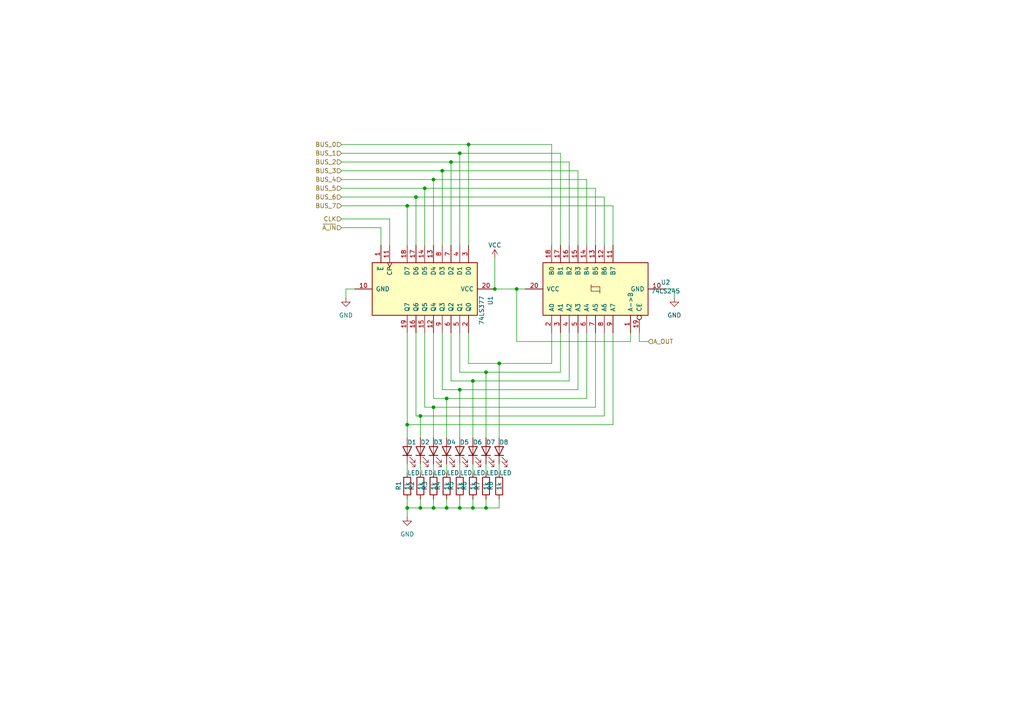
<source format=kicad_sch>
(kicad_sch (version 20230121) (generator eeschema)
  (paper "A4")
  (lib_symbols
    (symbol "74xx:74LS245" (pin_names (offset 1.016))
      (property "Reference" "U" (at -7.62 16.51 0))
      (property "Value" "74LS245" (at -7.62 -16.51 0))
      (symbol "74LS245_1_0"
        (polyline (pts (xy -0.635 -1.27) (xy -0.635 1.27) (xy 0.635 1.27)))
        (polyline (pts (xy -1.27 -1.27) (xy 0.635 -1.27) (xy 0.635 1.27) (xy 1.27 1.27)))
        (pin input line (at -12.7 -10.16 0) (length 5.08) (name "A->B") (number "1"))
        (pin power_in line (at 0 -20.32 90) (length 5.08) (name "GND") (number "10"))
        (pin tri_state line (at 12.7 -5.08 180) (length 5.08) (name "B7") (number "11"))
        (pin tri_state line (at 12.7 -2.54 180) (length 5.08) (name "B6") (number "12"))
        (pin tri_state line (at 12.7 0 180) (length 5.08) (name "B5") (number "13"))
        (pin tri_state line (at 12.7 2.54 180) (length 5.08) (name "B4") (number "14"))
        (pin tri_state line (at 12.7 5.08 180) (length 5.08) (name "B3") (number "15"))
        (pin tri_state line (at 12.7 7.62 180) (length 5.08) (name "B2") (number "16"))
        (pin tri_state line (at 12.7 10.16 180) (length 5.08) (name "B1") (number "17"))
        (pin tri_state line (at 12.7 12.7 180) (length 5.08) (name "B0") (number "18"))
        (pin input inverted (at -12.7 -12.7 0) (length 5.08) (name "CE") (number "19"))
        (pin tri_state line (at -12.7 12.7 0) (length 5.08) (name "A0") (number "2"))
        (pin power_in line (at 0 20.32 270) (length 5.08) (name "VCC") (number "20"))
        (pin tri_state line (at -12.7 10.16 0) (length 5.08) (name "A1") (number "3"))
        (pin tri_state line (at -12.7 7.62 0) (length 5.08) (name "A2") (number "4"))
        (pin tri_state line (at -12.7 5.08 0) (length 5.08) (name "A3") (number "5"))
        (pin tri_state line (at -12.7 2.54 0) (length 5.08) (name "A4") (number "6"))
        (pin tri_state line (at -12.7 0 0) (length 5.08) (name "A5") (number "7"))
        (pin tri_state line (at -12.7 -2.54 0) (length 5.08) (name "A6") (number "8"))
        (pin tri_state line (at -12.7 -5.08 0) (length 5.08) (name "A7") (number "9"))
      )
      (symbol "74LS245_1_1"
        (rectangle (start -7.62 15.24) (end 7.62 -15.24) (stroke (width 0.254)) (fill (type background)))
      )
    )
    (symbol "74xx:74LS377" (pin_names (offset 1.016))
      (property "Reference" "U" (at -7.62 16.51 0))
      (property "Value" "74LS377" (at -7.62 -16.51 0))
      (symbol "74LS377_1_0"
        (pin input line (at -12.7 -12.7 0) (length 5.08) (name "~{E}") (number "1"))
        (pin power_in line (at 0 -20.32 90) (length 5.08) (name "GND") (number "10"))
        (pin input clock (at -12.7 -10.16 0) (length 5.08) (name "CP") (number "11"))
        (pin output line (at 12.7 2.54 180) (length 5.08) (name "Q4") (number "12"))
        (pin input line (at -12.7 2.54 0) (length 5.08) (name "D4") (number "13"))
        (pin input line (at -12.7 0 0) (length 5.08) (name "D5") (number "14"))
        (pin output line (at 12.7 0 180) (length 5.08) (name "Q5") (number "15"))
        (pin output line (at 12.7 -2.54 180) (length 5.08) (name "Q6") (number "16"))
        (pin input line (at -12.7 -2.54 0) (length 5.08) (name "D6") (number "17"))
        (pin input line (at -12.7 -5.08 0) (length 5.08) (name "D7") (number "18"))
        (pin output line (at 12.7 -5.08 180) (length 5.08) (name "Q7") (number "19"))
        (pin output line (at 12.7 12.7 180) (length 5.08) (name "Q0") (number "2"))
        (pin power_in line (at 0 20.32 270) (length 5.08) (name "VCC") (number "20"))
        (pin input line (at -12.7 12.7 0) (length 5.08) (name "D0") (number "3"))
        (pin input line (at -12.7 10.16 0) (length 5.08) (name "D1") (number "4"))
        (pin output line (at 12.7 10.16 180) (length 5.08) (name "Q1") (number "5"))
        (pin output line (at 12.7 7.62 180) (length 5.08) (name "Q2") (number "6"))
        (pin input line (at -12.7 7.62 0) (length 5.08) (name "D2") (number "7"))
        (pin input line (at -12.7 5.08 0) (length 5.08) (name "D3") (number "8"))
        (pin output line (at 12.7 5.08 180) (length 5.08) (name "Q3") (number "9"))
      )
      (symbol "74LS377_1_1"
        (rectangle (start -7.62 15.24) (end 7.62 -15.24) (stroke (width 0.254)) (fill (type background)))
      )
    )
    (symbol "Device:LED" (pin_numbers hide) (pin_names (offset 1.016) hide)
      (property "Reference" "D" (at 0 2.54 0))
      (property "Value" "LED" (at 0 -2.54 0))
      (symbol "LED_0_1"
        (polyline (pts (xy -1.27 -1.27) (xy -1.27 1.27)) (stroke (width 0.254)))
        (polyline (pts (xy -1.27 0) (xy 1.27 0)))
        (polyline (pts (xy 1.27 -1.27) (xy 1.27 1.27) (xy -1.27 0) (xy 1.27 -1.27)) (stroke (width 0.254)))
        (polyline (pts (xy -3.048 -0.762) (xy -4.572 -2.286) (xy -3.81 -2.286) (xy -4.572 -2.286) (xy -4.572 -1.524)))
        (polyline (pts (xy -1.778 -0.762) (xy -3.302 -2.286) (xy -2.54 -2.286) (xy -3.302 -2.286) (xy -3.302 -1.524)))
      )
      (symbol "LED_1_1"
        (pin passive line (at -3.81 0 0) (length 2.54) (name "K") (number "1"))
        (pin passive line (at 3.81 0 180) (length 2.54) (name "A") (number "2"))
      )
    )
    (symbol "Device:R" (pin_numbers hide) (pin_names (offset 0))
      (property "Reference" "R" (at 2.032 0 90))
      (property "Value" "R" (at 0 0 90))
      (symbol "R_0_1"
        (rectangle (start -1.016 -2.54) (end 1.016 2.54) (stroke (width 0.254)))
      )
      (symbol "R_1_1"
        (pin passive line (at 0 3.81 270) (length 1.27) (name "~") (number "1"))
        (pin passive line (at 0 -3.81 90) (length 1.27) (name "~") (number "2"))
      )
    )
    (symbol "power:GND" (power) (pin_names (offset 0))
      (property "Value" "GND" (at 0 -3.81 0))
      (symbol "GND_0_1"
        (polyline (pts (xy 0 0) (xy 0 -1.27) (xy 1.27 -1.27) (xy 0 -2.54) (xy -1.27 -1.27) (xy 0 -1.27)))
      )
      (symbol "GND_1_1"
        (pin power_in line (at 0 0 270) (length 0) hide (name "GND") (number "1"))
      )
    )
    (symbol "power:VCC" (power) (pin_names (offset 0))
      (property "Value" "VCC" (at 0 3.81 0))
      (symbol "VCC_0_1"
        (polyline (pts (xy -0.762 1.27) (xy 0 2.54)))
        (polyline (pts (xy 0 0) (xy 0 2.54)))
        (polyline (pts (xy 0 2.54) (xy 0.762 1.27)))
      )
      (symbol "VCC_1_1"
        (pin power_in line (at 0 0 90) (length 0) hide (name "VCC") (number "1"))
      )
    )
  )
  (junction (at 125.73 118.11))
  (junction (at 129.54 115.57))
  (junction (at 144.78 105.41))
  (junction (at 140.97 107.95))
  (junction (at 149.86 83.82))
  (junction (at 130.81 46.99))
  (junction (at 121.92 147.32))
  (junction (at 137.16 110.49))
  (junction (at 140.97 147.32))
  (junction (at 137.16 147.32))
  (junction (at 135.89 41.91))
  (junction (at 123.19 54.61))
  (junction (at 129.54 147.32))
  (junction (at 121.92 120.65))
  (junction (at 133.35 147.32))
  (junction (at 118.11 59.69))
  (junction (at 125.73 52.07))
  (junction (at 143.51 83.82))
  (junction (at 118.11 147.32))
  (junction (at 120.65 57.15))
  (junction (at 133.35 44.45))
  (junction (at 118.11 123.19))
  (junction (at 133.35 113.03))
  (junction (at 125.73 147.32))
  (junction (at 128.27 49.53))
  (wire (pts (xy 125.73 134.62) (xy 125.73 137.16)))
  (wire (pts (xy 125.73 52.07) (xy 170.18 52.07)))
  (wire (pts (xy 140.97 134.62) (xy 140.97 137.16)))
  (wire (pts (xy 182.88 96.52) (xy 182.88 99.06)))
  (wire (pts (xy 185.42 96.52) (xy 185.42 99.06)))
  (wire (pts (xy 149.86 83.82) (xy 152.4 83.82)))
  (wire (pts (xy 172.72 54.61) (xy 172.72 71.12)))
  (wire (pts (xy 140.97 107.95) (xy 140.97 127)))
  (wire (pts (xy 170.18 52.07) (xy 170.18 71.12)))
  (wire (pts (xy 99.06 63.5) (xy 113.03 63.5)))
  (wire (pts (xy 125.73 147.32) (xy 129.54 147.32)))
  (wire (pts (xy 137.16 134.62) (xy 137.16 137.16)))
  (wire (pts (xy 99.06 54.61) (xy 123.19 54.61)))
  (wire (pts (xy 175.26 96.52) (xy 175.26 120.65)))
  (wire (pts (xy 165.1 96.52) (xy 165.1 110.49)))
  (wire (pts (xy 99.06 66.04) (xy 110.49 66.04)))
  (wire (pts (xy 120.65 57.15) (xy 175.26 57.15)))
  (wire (pts (xy 185.42 99.06) (xy 187.96 99.06)))
  (wire (pts (xy 118.11 147.32) (xy 118.11 149.86)))
  (wire (pts (xy 143.51 83.82) (xy 149.86 83.82)))
  (wire (pts (xy 149.86 83.82) (xy 149.86 99.06)))
  (wire (pts (xy 118.11 147.32) (xy 121.92 147.32)))
  (wire (pts (xy 170.18 115.57) (xy 129.54 115.57)))
  (wire (pts (xy 120.65 57.15) (xy 99.06 57.15)))
  (wire (pts (xy 133.35 107.95) (xy 140.97 107.95)))
  (wire (pts (xy 162.56 71.12) (xy 162.56 44.45)))
  (wire (pts (xy 123.19 54.61) (xy 123.19 71.12)))
  (wire (pts (xy 162.56 44.45) (xy 133.35 44.45)))
  (wire (pts (xy 120.65 71.12) (xy 120.65 57.15)))
  (wire (pts (xy 99.06 49.53) (xy 128.27 49.53)))
  (wire (pts (xy 130.81 96.52) (xy 130.81 110.49)))
  (wire (pts (xy 162.56 96.52) (xy 162.56 107.95)))
  (wire (pts (xy 140.97 107.95) (xy 162.56 107.95)))
  (wire (pts (xy 167.64 96.52) (xy 167.64 113.03)))
  (wire (pts (xy 129.54 144.78) (xy 129.54 147.32)))
  (wire (pts (xy 135.89 105.41) (xy 144.78 105.41)))
  (wire (pts (xy 125.73 118.11) (xy 125.73 127)))
  (wire (pts (xy 140.97 144.78) (xy 140.97 147.32)))
  (wire (pts (xy 172.72 96.52) (xy 172.72 118.11)))
  (wire (pts (xy 137.16 147.32) (xy 140.97 147.32)))
  (wire (pts (xy 121.92 120.65) (xy 121.92 127)))
  (wire (pts (xy 167.64 71.12) (xy 167.64 49.53)))
  (wire (pts (xy 121.92 144.78) (xy 121.92 147.32)))
  (wire (pts (xy 118.11 134.62) (xy 118.11 137.16)))
  (wire (pts (xy 175.26 120.65) (xy 121.92 120.65)))
  (wire (pts (xy 125.73 96.52) (xy 125.73 115.57)))
  (wire (pts (xy 123.19 54.61) (xy 172.72 54.61)))
  (wire (pts (xy 177.8 59.69) (xy 177.8 71.12)))
  (wire (pts (xy 129.54 115.57) (xy 129.54 127)))
  (wire (pts (xy 129.54 147.32) (xy 133.35 147.32)))
  (wire (pts (xy 100.33 83.82) (xy 102.87 83.82)))
  (wire (pts (xy 135.89 71.12) (xy 135.89 41.91)))
  (wire (pts (xy 135.89 41.91) (xy 99.06 41.91)))
  (wire (pts (xy 160.02 71.12) (xy 160.02 41.91)))
  (wire (pts (xy 160.02 41.91) (xy 135.89 41.91)))
  (wire (pts (xy 133.35 144.78) (xy 133.35 147.32)))
  (wire (pts (xy 133.35 96.52) (xy 133.35 107.95)))
  (wire (pts (xy 133.35 113.03) (xy 167.64 113.03)))
  (wire (pts (xy 143.51 74.93) (xy 143.51 83.82)))
  (wire (pts (xy 128.27 96.52) (xy 128.27 113.03)))
  (wire (pts (xy 121.92 120.65) (xy 120.65 120.65)))
  (wire (pts (xy 165.1 46.99) (xy 165.1 71.12)))
  (wire (pts (xy 121.92 134.62) (xy 121.92 137.16)))
  (wire (pts (xy 123.19 118.11) (xy 125.73 118.11)))
  (wire (pts (xy 144.78 134.62) (xy 144.78 137.16)))
  (wire (pts (xy 130.81 46.99) (xy 165.1 46.99)))
  (wire (pts (xy 125.73 71.12) (xy 125.73 52.07)))
  (wire (pts (xy 165.1 110.49) (xy 137.16 110.49)))
  (wire (pts (xy 160.02 96.52) (xy 160.02 105.41)))
  (wire (pts (xy 113.03 63.5) (xy 113.03 71.12)))
  (wire (pts (xy 144.78 147.32) (xy 144.78 144.78)))
  (wire (pts (xy 137.16 110.49) (xy 130.81 110.49)))
  (wire (pts (xy 100.33 86.36) (xy 100.33 83.82)))
  (wire (pts (xy 133.35 147.32) (xy 137.16 147.32)))
  (wire (pts (xy 99.06 44.45) (xy 133.35 44.45)))
  (wire (pts (xy 125.73 52.07) (xy 99.06 52.07)))
  (wire (pts (xy 121.92 147.32) (xy 125.73 147.32)))
  (wire (pts (xy 177.8 96.52) (xy 177.8 123.19)))
  (wire (pts (xy 118.11 59.69) (xy 118.11 71.12)))
  (wire (pts (xy 170.18 96.52) (xy 170.18 115.57)))
  (wire (pts (xy 118.11 59.69) (xy 177.8 59.69)))
  (wire (pts (xy 123.19 96.52) (xy 123.19 118.11)))
  (wire (pts (xy 118.11 123.19) (xy 177.8 123.19)))
  (wire (pts (xy 128.27 49.53) (xy 128.27 71.12)))
  (wire (pts (xy 135.89 96.52) (xy 135.89 105.41)))
  (wire (pts (xy 195.58 83.82) (xy 193.04 83.82)))
  (wire (pts (xy 128.27 113.03) (xy 133.35 113.03)))
  (wire (pts (xy 149.86 99.06) (xy 182.88 99.06)))
  (wire (pts (xy 129.54 134.62) (xy 129.54 137.16)))
  (wire (pts (xy 167.64 49.53) (xy 128.27 49.53)))
  (wire (pts (xy 137.16 110.49) (xy 137.16 127)))
  (wire (pts (xy 140.97 147.32) (xy 144.78 147.32)))
  (wire (pts (xy 125.73 144.78) (xy 125.73 147.32)))
  (wire (pts (xy 120.65 96.52) (xy 120.65 120.65)))
  (wire (pts (xy 125.73 118.11) (xy 172.72 118.11)))
  (wire (pts (xy 144.78 105.41) (xy 160.02 105.41)))
  (wire (pts (xy 175.26 57.15) (xy 175.26 71.12)))
  (wire (pts (xy 130.81 71.12) (xy 130.81 46.99)))
  (wire (pts (xy 118.11 96.52) (xy 118.11 123.19)))
  (wire (pts (xy 195.58 86.36) (xy 195.58 83.82)))
  (wire (pts (xy 133.35 113.03) (xy 133.35 127)))
  (wire (pts (xy 133.35 134.62) (xy 133.35 137.16)))
  (wire (pts (xy 99.06 59.69) (xy 118.11 59.69)))
  (wire (pts (xy 133.35 44.45) (xy 133.35 71.12)))
  (wire (pts (xy 130.81 46.99) (xy 99.06 46.99)))
  (wire (pts (xy 118.11 123.19) (xy 118.11 127)))
  (wire (pts (xy 118.11 144.78) (xy 118.11 147.32)))
  (wire (pts (xy 129.54 115.57) (xy 125.73 115.57)))
  (wire (pts (xy 144.78 105.41) (xy 144.78 127)))
  (wire (pts (xy 110.49 66.04) (xy 110.49 71.12)))
  (wire (pts (xy 137.16 144.78) (xy 137.16 147.32)))
  (hierarchical_label "BUS_4" (shape input) (at 99.06 52.07 180))
  (hierarchical_label "BUS_6" (shape input) (at 99.06 57.15 180))
  (hierarchical_label "CLK" (shape input) (at 99.06 63.5 180))
  (hierarchical_label "BUS_2" (shape input) (at 99.06 46.99 180))
  (hierarchical_label "A_OUT" (shape input) (at 187.96 99.06 0))
  (hierarchical_label "BUS_0" (shape input) (at 99.06 41.91 180))
  (hierarchical_label "~{A_IN}" (shape input) (at 99.06 66.04 180))
  (hierarchical_label "BUS_3" (shape input) (at 99.06 49.53 180))
  (hierarchical_label "BUS_1" (shape input) (at 99.06 44.45 180))
  (hierarchical_label "BUS_7" (shape input) (at 99.06 59.69 180))
  (hierarchical_label "BUS_5" (shape input) (at 99.06 54.61 180))
  (symbol (lib_id "Device:LED") (at 133.35 130.81 90) (unit 1)
    (property "Reference" "D5" (at 133.35 128.27 90) (effects (justify right)))
    (property "Value" "LED" (at 133.35 137.16 90) (effects (justify right)))
    (instances (project "schematics" (path "" (reference "D5") (unit 1)) (path "" (reference "D13") (unit 1)) (path "" (reference "D21") (unit 1))))
  )
  (symbol (lib_id "74xx:74LS377") (at 123.19 83.82 270) (unit 1)
    (property "Reference" "U1" (at 142.24 85.7759 0) (effects (justify left)))
    (property "Value" "74LS377" (at 139.7 85.7759 0) (effects (justify left)))
    (property "Datasheet" "http://www.ti.com/lit/gpn/sn74LS377" (effects hide))
    (instances (project "schematics" (path "" (reference "U1") (unit 1)) (path "" (reference "U3") (unit 1)) (path "" (reference "U5") (unit 1))))
  )
  (symbol (lib_id "74xx:74LS245") (at 172.72 83.82 90) (unit 1)
    (property "Reference" "U2" (at 193.04 81.8897 90))
    (property "Value" "74LS245" (at 193.04 84.4297 90))
    (property "Datasheet" "http://www.ti.com/lit/gpn/sn74LS245" (effects hide))
    (instances (project "schematics" (path "" (reference "U2") (unit 1)) (path "" (reference "U4") (unit 1)) (path "" (reference "U6") (unit 1))))
  )
  (symbol (lib_id "Device:R") (at 125.73 140.97 0) (unit 1)
    (property "Reference" "R3" (at 123.19 142.24 90) (effects (justify left)))
    (property "Value" "1k" (at 125.73 142.24 90) (effects (justify left)))
    (instances (project "schematics" (path "" (reference "R3") (unit 1)) (path "" (reference "R11") (unit 1)) (path "" (reference "R19") (unit 1))))
  )
  (symbol (lib_id "Device:R") (at 144.78 140.97 0) (unit 1)
    (property "Reference" "R8" (at 142.24 142.24 90) (effects (justify left)))
    (property "Value" "1k" (at 144.78 142.24 90) (effects (justify left)))
    (instances (project "schematics" (path "" (reference "R8") (unit 1)) (path "" (reference "R16") (unit 1)) (path "" (reference "R24") (unit 1))))
  )
  (symbol (lib_id "Device:R") (at 121.92 140.97 0) (unit 1)
    (property "Reference" "R2" (at 119.38 142.24 90) (effects (justify left)))
    (property "Value" "1k" (at 121.92 142.24 90) (effects (justify left)))
    (instances (project "schematics" (path "" (reference "R2") (unit 1)) (path "" (reference "R10") (unit 1)) (path "" (reference "R18") (unit 1))))
  )
  (symbol (lib_id "Device:LED") (at 118.11 130.81 90) (unit 1)
    (property "Reference" "D1" (at 118.11 128.27 90) (effects (justify right)))
    (property "Value" "LED" (at 118.11 137.16 90) (effects (justify right)))
    (instances (project "schematics" (path "" (reference "D1") (unit 1)) (path "" (reference "D9") (unit 1)) (path "" (reference "D17") (unit 1))))
  )
  (symbol (lib_id "Device:R") (at 118.11 140.97 0) (unit 1)
    (property "Reference" "R1" (at 115.57 142.24 90) (effects (justify left)))
    (property "Value" "1k" (at 118.11 142.24 90) (effects (justify left)))
    (instances (project "schematics" (path "" (reference "R1") (unit 1)) (path "" (reference "R9") (unit 1)) (path "" (reference "R17") (unit 1))))
  )
  (symbol (lib_id "Device:R") (at 137.16 140.97 0) (unit 1)
    (property "Reference" "R6" (at 134.62 142.24 90) (effects (justify left)))
    (property "Value" "1k" (at 137.16 142.24 90) (effects (justify left)))
    (instances (project "schematics" (path "" (reference "R6") (unit 1)) (path "" (reference "R14") (unit 1)) (path "" (reference "R22") (unit 1))))
  )
  (symbol (lib_id "power:GND") (at 118.11 149.86 0) (unit 1)
    (property "Reference" "#PWR02" (effects hide))
    (property "Value" "GND" (at 118.11 154.94 0))
    (instances (project "schematics" (path "" (reference "#PWR02") (unit 1)) (path "" (reference "#PWR06") (unit 1)) (path "" (reference "#PWR010") (unit 1))))
  )
  (symbol (lib_id "Device:LED") (at 129.54 130.81 90) (unit 1)
    (property "Reference" "D4" (at 129.54 128.27 90) (effects (justify right)))
    (property "Value" "LED" (at 129.54 137.16 90) (effects (justify right)))
    (instances (project "schematics" (path "" (reference "D4") (unit 1)) (path "" (reference "D12") (unit 1)) (path "" (reference "D20") (unit 1))))
  )
  (symbol (lib_id "power:VCC") (at 143.51 74.93 0) (unit 1)
    (property "Reference" "#PWR03" (effects hide))
    (property "Value" "VCC" (at 143.51 71.12 0))
    (instances (project "schematics" (path "" (reference "#PWR03") (unit 1)) (path "" (reference "#PWR07") (unit 1)) (path "" (reference "#PWR011") (unit 1))))
  )
  (symbol (lib_id "Device:R") (at 129.54 140.97 0) (unit 1)
    (property "Reference" "R4" (at 127 142.24 90) (effects (justify left)))
    (property "Value" "1k" (at 129.54 142.24 90) (effects (justify left)))
    (instances (project "schematics" (path "" (reference "R4") (unit 1)) (path "" (reference "R12") (unit 1)) (path "" (reference "R20") (unit 1))))
  )
  (symbol (lib_id "power:GND") (at 195.58 86.36 0) (unit 1)
    (property "Reference" "#PWR04" (effects hide))
    (property "Value" "GND" (at 195.58 91.44 0))
    (instances (project "schematics" (path "" (reference "#PWR04") (unit 1)) (path "" (reference "#PWR08") (unit 1)) (path "" (reference "#PWR012") (unit 1))))
  )
  (symbol (lib_id "Device:R") (at 140.97 140.97 0) (unit 1)
    (property "Reference" "R7" (at 138.43 142.24 90) (effects (justify left)))
    (property "Value" "1k" (at 140.97 142.24 90) (effects (justify left)))
    (instances (project "schematics" (path "" (reference "R7") (unit 1)) (path "" (reference "R15") (unit 1)) (path "" (reference "R23") (unit 1))))
  )
  (symbol (lib_id "Device:LED") (at 140.97 130.81 90) (unit 1)
    (property "Reference" "D7" (at 140.97 128.27 90) (effects (justify right)))
    (property "Value" "LED" (at 140.97 137.16 90) (effects (justify right)))
    (instances (project "schematics" (path "" (reference "D7") (unit 1)) (path "" (reference "D15") (unit 1)) (path "" (reference "D23") (unit 1))))
  )
  (symbol (lib_id "Device:LED") (at 144.78 130.81 90) (unit 1)
    (property "Reference" "D8" (at 144.78 128.27 90) (effects (justify right)))
    (property "Value" "LED" (at 144.78 137.16 90) (effects (justify right)))
    (instances (project "schematics" (path "" (reference "D8") (unit 1)) (path "" (reference "D16") (unit 1)) (path "" (reference "D24") (unit 1))))
  )
  (symbol (lib_id "Device:LED") (at 121.92 130.81 90) (unit 1)
    (property "Reference" "D2" (at 121.92 128.27 90) (effects (justify right)))
    (property "Value" "LED" (at 121.92 137.16 90) (effects (justify right)))
    (instances (project "schematics" (path "" (reference "D2") (unit 1)) (path "" (reference "D10") (unit 1)) (path "" (reference "D18") (unit 1))))
  )
  (symbol (lib_id "power:GND") (at 100.33 86.36 0) (unit 1)
    (property "Reference" "#PWR01" (effects hide))
    (property "Value" "GND" (at 100.33 91.44 0))
    (instances (project "schematics" (path "" (reference "#PWR01") (unit 1)) (path "" (reference "#PWR05") (unit 1)) (path "" (reference "#PWR09") (unit 1))))
  )
  (symbol (lib_id "Device:R") (at 133.35 140.97 0) (unit 1)
    (property "Reference" "R5" (at 130.81 142.24 90) (effects (justify left)))
    (property "Value" "1k" (at 133.35 142.24 90) (effects (justify left)))
    (instances (project "schematics" (path "" (reference "R5") (unit 1)) (path "" (reference "R13") (unit 1)) (path "" (reference "R21") (unit 1))))
  )
  (symbol (lib_id "Device:LED") (at 137.16 130.81 90) (unit 1)
    (property "Reference" "D6" (at 137.16 128.27 90) (effects (justify right)))
    (property "Value" "LED" (at 137.16 137.16 90) (effects (justify right)))
    (instances (project "schematics" (path "" (reference "D6") (unit 1)) (path "" (reference "D14") (unit 1)) (path "" (reference "D22") (unit 1))))
  )
  (symbol (lib_id "Device:LED") (at 125.73 130.81 90) (unit 1)
    (property "Reference" "D3" (at 125.73 128.27 90) (effects (justify right)))
    (property "Value" "LED" (at 125.73 137.16 90) (effects (justify right)))
    (instances (project "schematics" (path "" (reference "D3") (unit 1)) (path "" (reference "D11") (unit 1)) (path "" (reference "D19") (unit 1))))
  )
)
</source>
